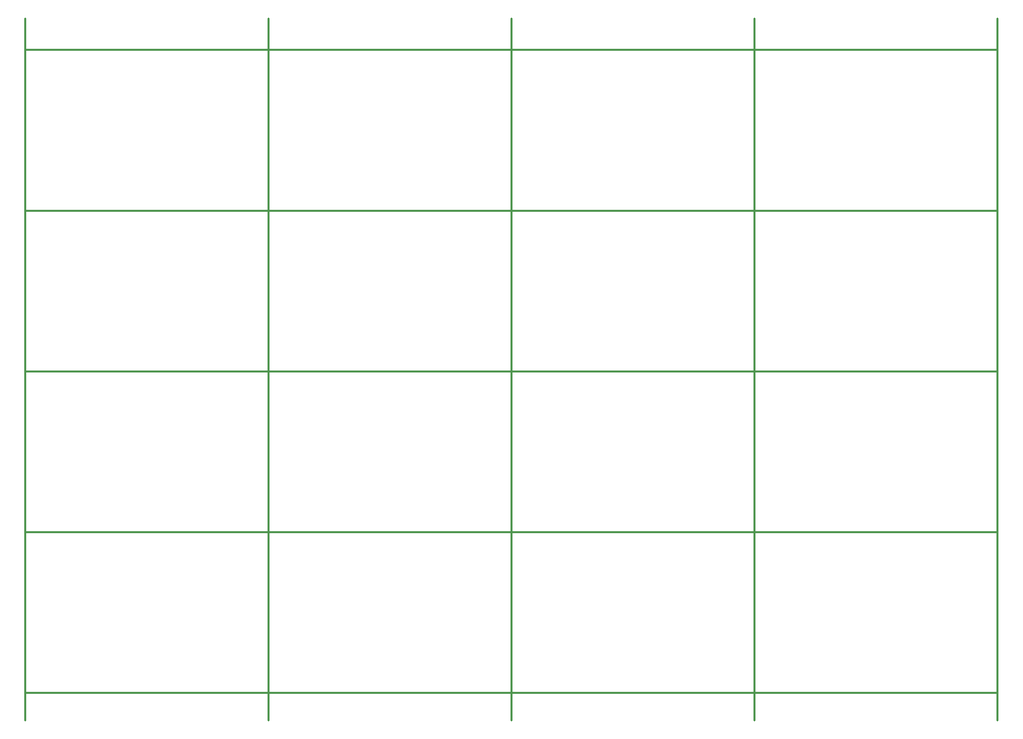
<source format=gbr>
G04 #@! TF.GenerationSoftware,KiCad,Pcbnew,(5.0.0)*
G04 #@! TF.CreationDate,2019-02-08T13:36:01+02:00*
G04 #@! TF.ProjectId,tp_x2_PnP,74705F78325F506E502E6B696361645F,3*
G04 #@! TF.SameCoordinates,Original*
G04 #@! TF.FileFunction,Other,ECO1*
%FSLAX46Y46*%
G04 Gerber Fmt 4.6, Leading zero omitted, Abs format (unit mm)*
G04 Created by KiCad (PCBNEW (5.0.0)) date 02/08/19 13:36:01*
%MOMM*%
%LPD*%
G01*
G04 APERTURE LIST*
%ADD10C,0.500000*%
G04 APERTURE END LIST*
D10*
X142000000Y-218000000D02*
X142000000Y-39000000D01*
X204000000Y-39000000D02*
X204000000Y-218000000D01*
X266000000Y-218000000D02*
X266000000Y-39000000D01*
X80000000Y-170000000D02*
X328000000Y-170000000D01*
X328000000Y-129000000D02*
X80000000Y-129000000D01*
X80000000Y-88000000D02*
X328000000Y-88000000D01*
X80000000Y-218000000D02*
X80000000Y-39000000D01*
X328000000Y-211000000D02*
X80000000Y-211000000D01*
X328000000Y-39000000D02*
X328000000Y-218000000D01*
X80000000Y-47000000D02*
X328000000Y-47000000D01*
M02*

</source>
